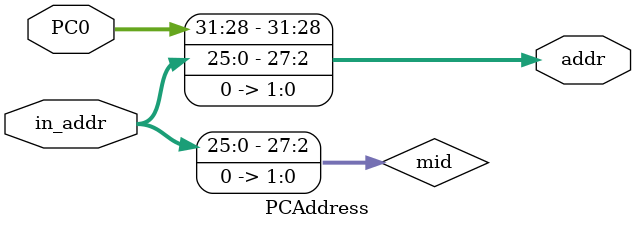
<source format=v>
`timescale 1ns / 1ps

module PCAddress(
        input [25:0] in_addr,
        input [31:0] PC0,
		output reg [31:0] addr);
		
        wire [27:0] mid;
        
	    assign mid = in_addr << 2;
	    
        always @(in_addr) begin
            addr <= {PC0[31:28], mid[27:0]};
        end
 
endmodule

</source>
